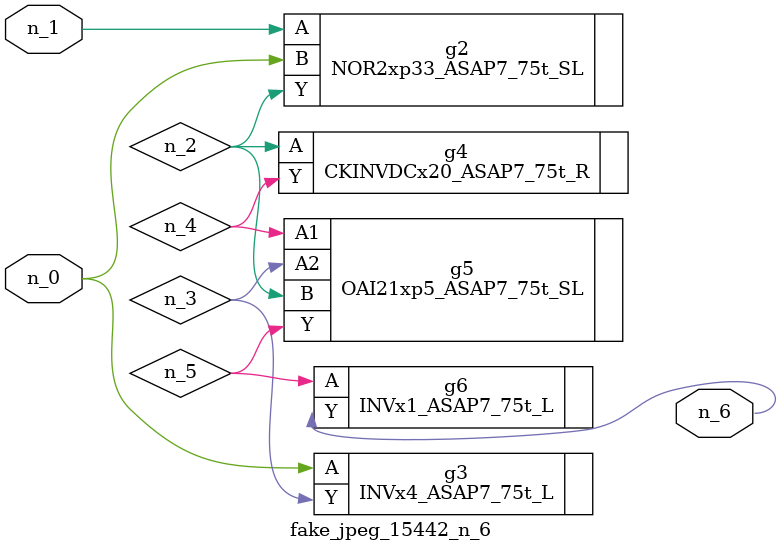
<source format=v>
module fake_jpeg_15442_n_6 (n_0, n_1, n_6);

input n_0;
input n_1;

output n_6;

wire n_3;
wire n_2;
wire n_4;
wire n_5;

NOR2xp33_ASAP7_75t_SL g2 ( 
.A(n_1),
.B(n_0),
.Y(n_2)
);

INVx4_ASAP7_75t_L g3 ( 
.A(n_0),
.Y(n_3)
);

CKINVDCx20_ASAP7_75t_R g4 ( 
.A(n_2),
.Y(n_4)
);

OAI21xp5_ASAP7_75t_SL g5 ( 
.A1(n_4),
.A2(n_3),
.B(n_2),
.Y(n_5)
);

INVx1_ASAP7_75t_L g6 ( 
.A(n_5),
.Y(n_6)
);


endmodule
</source>
